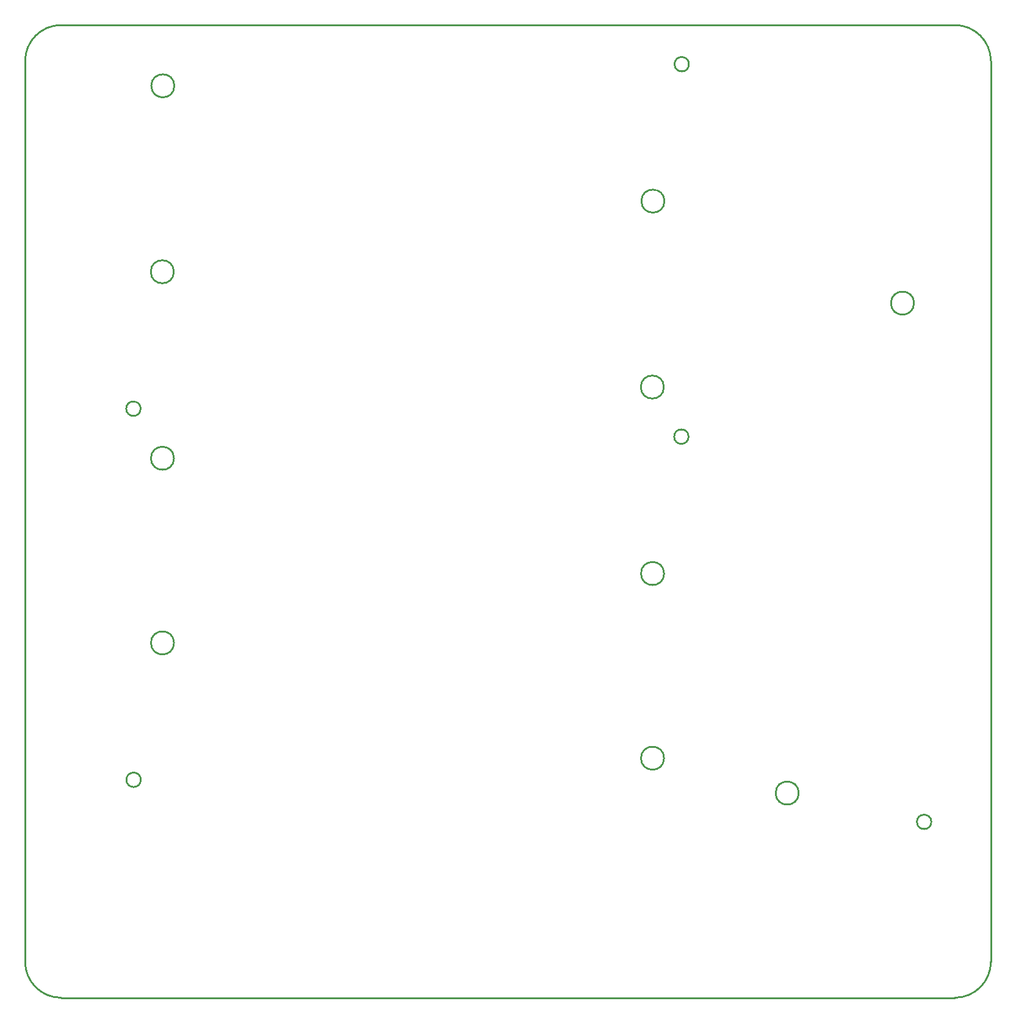
<source format=gko>
G04 Layer: BoardOutlineLayer*
G04 EasyEDA v6.5.23, 2023-05-27 13:46:53*
G04 ad855449ed234b6990cb81ca5ba1a863,ef4dac4c239f4a7f90591e71bd1ece2f,10*
G04 Gerber Generator version 0.2*
G04 Scale: 100 percent, Rotated: No, Reflected: No *
G04 Dimensions in inches *
G04 leading zeros omitted , absolute positions ,3 integer and 6 decimal *
%FSLAX36Y36*%
%MOIN*%

%ADD10C,0.0100*%
D10*
X-1259839Y-502006D02*
G01*
X-1259839Y4419243D01*
X3818890Y-698856D02*
G01*
X-1062989Y-698856D01*
X4015740Y4419243D02*
G01*
X4015740Y-502006D01*
X-1062989Y4616093D02*
G01*
X3818890Y4616093D01*
G75*
G01*
X3818890Y4616093D02*
G02*
X4015740Y4419243I0J-196850D01*
G75*
G01*
X4015740Y-502007D02*
G02*
X3818890Y-698857I-196850J0D01*
G75*
G01*
X-1062990Y-698857D02*
G02*
X-1259840Y-502007I0J196850D01*
G75*
G01*
X-1259840Y4419243D02*
G02*
X-1062990Y4616093I196850J0D01*
G75*
G01
X-627690Y491930D02*
G03X-627690Y491930I-39370J0D01*
G75*
G01
X-446590Y1239960D02*
G03X-446590Y1239960I-62990J0D01*
G75*
G01
X2230570Y610040D02*
G03X2230570Y610040I-62990J0D01*
G75*
G01
X2364430Y2367070D02*
G03X2364430Y2367070I-39370J0D01*
G75*
G01
X2230570Y1619040D02*
G03X2230570Y1619040I-62990J0D01*
G75*
G01
X-446590Y2248960D02*
G03X-446590Y2248960I-62990J0D01*
G75*
G01
X-628690Y2519930D02*
G03X-628690Y2519930I-39370J0D01*
G75*
G01
X-447590Y3267960D02*
G03X-447590Y3267960I-62990J0D01*
G75*
G01
X2229570Y2638040D02*
G03X2229570Y2638040I-62990J0D01*
G75*
G01
X2366430Y4402070D02*
G03X2366430Y4402070I-39370J0D01*
G75*
G01
X2232570Y3654040D02*
G03X2232570Y3654040I-62990J0D01*
G75*
G01
X-444590Y4283960D02*
G03X-444590Y4283960I-62990J0D01*
G75*
G01
X3690440Y261940D02*
G03X3690440Y261940I-39370J0D01*
G75*
G01
X2966030Y419420D02*
G03X2966030Y419420I-62990J0D01*
G75*
G01
X3595950Y3096580D02*
G03X3595950Y3096580I-62990J0D01*

%LPD*%
M02*

</source>
